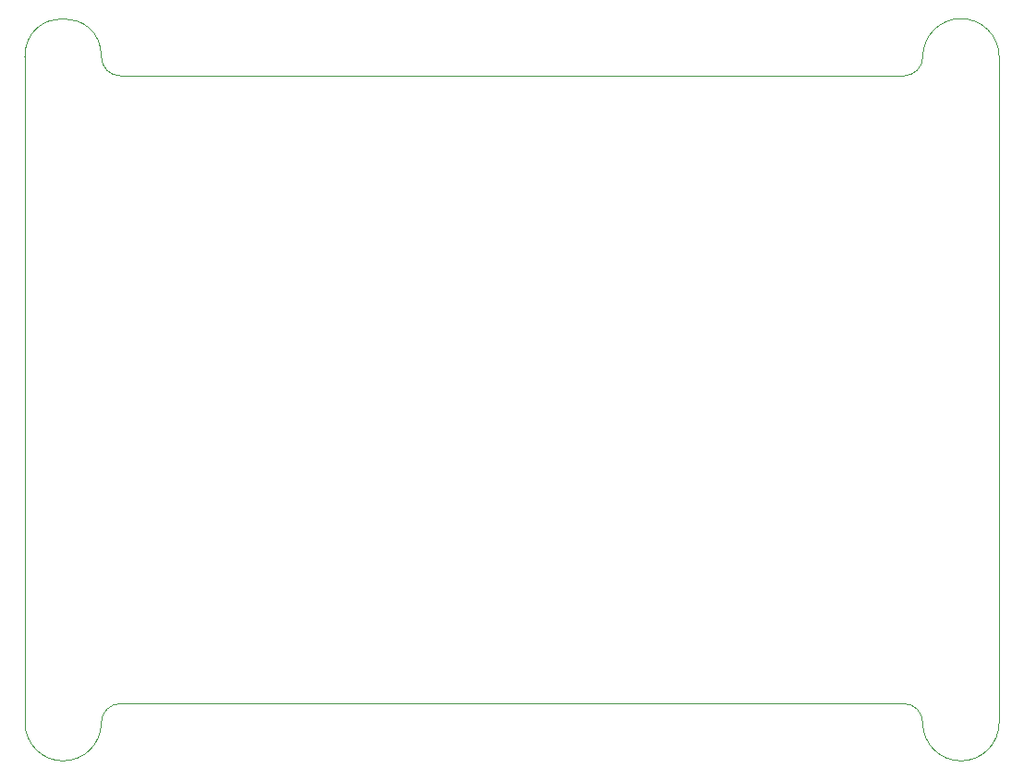
<source format=gbr>
%TF.GenerationSoftware,KiCad,Pcbnew,7.0.2-6a45011f42~172~ubuntu22.04.1*%
%TF.CreationDate,2023-06-02T03:11:57+02:00*%
%TF.ProjectId,MR-SLDR-01,4d522d53-4c44-4522-9d30-312e6b696361,rev?*%
%TF.SameCoordinates,Original*%
%TF.FileFunction,Profile,NP*%
%FSLAX46Y46*%
G04 Gerber Fmt 4.6, Leading zero omitted, Abs format (unit mm)*
G04 Created by KiCad (PCBNEW 7.0.2-6a45011f42~172~ubuntu22.04.1) date 2023-06-02 03:11:57*
%MOMM*%
%LPD*%
G01*
G04 APERTURE LIST*
%TA.AperFunction,Profile*%
%ADD10C,0.100000*%
%TD*%
G04 APERTURE END LIST*
D10*
X105250001Y-138250001D02*
G75*
G03*
X103500001Y-139999999I-1J-1749999D01*
G01*
X185750003Y-78999999D02*
G75*
G03*
X178750001Y-78999999I-3500001J1D01*
G01*
X105250001Y-80749999D02*
X175000001Y-80749999D01*
X103500001Y-78999999D02*
G75*
G03*
X105250001Y-80749999I1749999J-1D01*
G01*
X96499999Y-139999999D02*
X96500001Y-78999999D01*
X175000001Y-80749999D02*
X177000001Y-80749999D01*
X103500001Y-78999999D02*
G75*
G03*
X96500001Y-78999999I-3500000J0D01*
G01*
X182250001Y-143500001D02*
G75*
G03*
X185750001Y-139999999I-1J3500001D01*
G01*
X177000001Y-80750001D02*
G75*
G03*
X178750001Y-78999999I-1J1750001D01*
G01*
X96499999Y-139999999D02*
G75*
G03*
X103500001Y-139999999I3500001J-1D01*
G01*
X185750001Y-139999999D02*
X185750003Y-78999999D01*
X178750001Y-139999999D02*
G75*
G03*
X177000001Y-138249999I-1750001J-1D01*
G01*
X105250001Y-138249999D02*
X177000001Y-138249999D01*
X178750001Y-139999999D02*
G75*
G03*
X182250001Y-143499999I3499999J-1D01*
G01*
M02*

</source>
